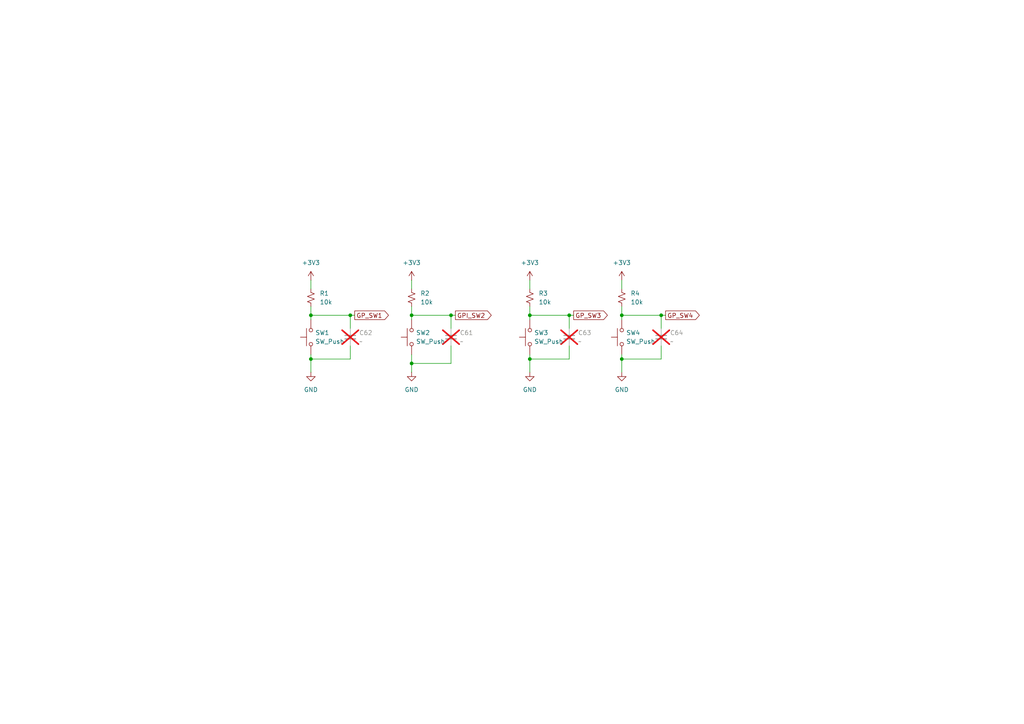
<source format=kicad_sch>
(kicad_sch (version 20250114) (generator "eeschema") (generator_version "9.0")
  (paper "A4")
  (lib_symbols
    (symbol "Device:C_Small" (pin_numbers (hide yes)) (pin_names (offset 0.254) (hide yes))
      (property "Reference" "C" (at 0.254 1.778 0))
      (property "Value" "C_Small" (at 0.254 -2.032 0))
      (symbol "C_Small_0_1"
        (polyline (pts (xy -1.524 0.508) (xy 1.524 0.508)) (stroke (width 0.3048)))
        (polyline (pts (xy -1.524 -0.508) (xy 1.524 -0.508)) (stroke (width 0.3302)))
      )
      (symbol "C_Small_1_1"
        (pin passive line (at 0 2.54 270) (length 2.032) (name "~") (number "1"))
        (pin passive line (at 0 -2.54 90) (length 2.032) (name "~") (number "2"))
      )
    )
    (symbol "Device:R_Small_US" (pin_numbers (hide yes)) (pin_names (offset 0.254) (hide yes))
      (property "Reference" "R" (at 0.762 0.508 0))
      (property "Value" "R_Small_US" (at 0.762 -1.016 0))
      (symbol "R_Small_US_1_1"
        (polyline (pts (xy 0 1.524) (xy 1.016 1.143) (xy 0 0.762) (xy -1.016 0.381) (xy 0 0)))
        (polyline (pts (xy 0 0) (xy 1.016 -0.381) (xy 0 -0.762) (xy -1.016 -1.143) (xy 0 -1.524)))
        (pin passive line (at 0 2.54 270) (length 1.016) (name "~") (number "1"))
        (pin passive line (at 0 -2.54 90) (length 1.016) (name "~") (number "2"))
      )
    )
    (symbol "Switch:SW_Push" (pin_numbers (hide yes)) (pin_names (offset 1.016) (hide yes))
      (property "Reference" "SW" (at 1.27 2.54 0))
      (property "Value" "SW_Push" (at 0 -1.524 0))
      (symbol "SW_Push_0_1"
        (circle (center -2.032 0) (radius 0.508))
        (polyline (pts (xy 0 1.27) (xy 0 3.048)))
        (circle (center 2.032 0) (radius 0.508))
        (polyline (pts (xy 2.54 1.27) (xy -2.54 1.27)))
        (pin passive line (at -5.08 0 0) (length 2.54) (name "1") (number "1"))
        (pin passive line (at 5.08 0 180) (length 2.54) (name "2") (number "2"))
      )
    )
    (symbol "power:+3V3" (power) (pin_numbers (hide yes)) (pin_names (offset 0) (hide yes))
      (property "Value" "+3V3" (at 0 3.556 0))
      (symbol "+3V3_0_1"
        (polyline (pts (xy -0.762 1.27) (xy 0 2.54)))
        (polyline (pts (xy 0 2.54) (xy 0.762 1.27)))
        (polyline (pts (xy 0 0) (xy 0 2.54)))
      )
      (symbol "+3V3_1_1"
        (pin power_in line (at 0 0 90) (length 0) (name "~") (number "1"))
      )
    )
    (symbol "power:GND" (power) (pin_numbers (hide yes)) (pin_names (offset 0) (hide yes))
      (property "Value" "GND" (at 0 -3.81 0))
      (symbol "GND_0_1"
        (polyline (pts (xy 0 0) (xy 0 -1.27) (xy 1.27 -1.27) (xy 0 -2.54) (xy -1.27 -1.27) (xy 0 -1.27)))
      )
      (symbol "GND_1_1"
        (pin power_in line (at 0 0 270) (length 0) (name "~") (number "1"))
      )
    )
  )
  (junction (at 119.38 105.41))
  (junction (at 90.17 104.14))
  (junction (at 119.38 91.44))
  (junction (at 90.17 91.44))
  (junction (at 153.67 104.14))
  (junction (at 153.67 91.44))
  (junction (at 165.1 91.44))
  (junction (at 101.6 91.44))
  (junction (at 180.34 104.14))
  (junction (at 191.77 91.44))
  (junction (at 180.34 91.44))
  (junction (at 130.81 91.44))
  (wire (pts (xy 165.1 91.44) (xy 165.1 95.25)))
  (wire (pts (xy 90.17 104.14) (xy 90.17 107.95)))
  (wire (pts (xy 101.6 91.44) (xy 102.87 91.44)))
  (wire (pts (xy 101.6 91.44) (xy 101.6 95.25)))
  (wire (pts (xy 119.38 91.44) (xy 119.38 92.71)))
  (wire (pts (xy 191.77 100.33) (xy 191.77 104.14)))
  (wire (pts (xy 153.67 91.44) (xy 165.1 91.44)))
  (wire (pts (xy 90.17 91.44) (xy 90.17 92.71)))
  (wire (pts (xy 153.67 102.87) (xy 153.67 104.14)))
  (wire (pts (xy 90.17 102.87) (xy 90.17 104.14)))
  (wire (pts (xy 90.17 104.14) (xy 101.6 104.14)))
  (wire (pts (xy 130.81 91.44) (xy 132.08 91.44)))
  (wire (pts (xy 101.6 100.33) (xy 101.6 104.14)))
  (wire (pts (xy 153.67 104.14) (xy 153.67 107.95)))
  (wire (pts (xy 153.67 88.9) (xy 153.67 91.44)))
  (wire (pts (xy 119.38 81.28) (xy 119.38 83.82)))
  (wire (pts (xy 165.1 91.44) (xy 166.37 91.44)))
  (wire (pts (xy 191.77 91.44) (xy 191.77 95.25)))
  (wire (pts (xy 119.38 88.9) (xy 119.38 91.44)))
  (wire (pts (xy 165.1 104.14) (xy 153.67 104.14)))
  (wire (pts (xy 180.34 88.9) (xy 180.34 91.44)))
  (wire (pts (xy 180.34 81.28) (xy 180.34 83.82)))
  (wire (pts (xy 180.34 91.44) (xy 180.34 92.71)))
  (wire (pts (xy 130.81 91.44) (xy 130.81 95.25)))
  (wire (pts (xy 165.1 100.33) (xy 165.1 104.14)))
  (wire (pts (xy 90.17 88.9) (xy 90.17 91.44)))
  (wire (pts (xy 191.77 104.14) (xy 180.34 104.14)))
  (wire (pts (xy 119.38 105.41) (xy 130.81 105.41)))
  (wire (pts (xy 90.17 91.44) (xy 101.6 91.44)))
  (wire (pts (xy 180.34 91.44) (xy 191.77 91.44)))
  (wire (pts (xy 119.38 91.44) (xy 130.81 91.44)))
  (wire (pts (xy 153.67 91.44) (xy 153.67 92.71)))
  (wire (pts (xy 119.38 102.87) (xy 119.38 105.41)))
  (wire (pts (xy 180.34 104.14) (xy 180.34 107.95)))
  (wire (pts (xy 153.67 81.28) (xy 153.67 83.82)))
  (wire (pts (xy 119.38 105.41) (xy 119.38 107.95)))
  (wire (pts (xy 90.17 81.28) (xy 90.17 83.82)))
  (wire (pts (xy 130.81 100.33) (xy 130.81 105.41)))
  (wire (pts (xy 191.77 91.44) (xy 193.04 91.44)))
  (wire (pts (xy 180.34 102.87) (xy 180.34 104.14)))
  (global_label "GPI_SW2" (shape output) (at 132.08 91.44 0) (property "Intersheetrefs" "${INTERSHEET_REFS}" (effects (hide yes))))
  (global_label "GP_SW4" (shape output) (at 193.04 91.44 0) (property "Intersheetrefs" "${INTERSHEET_REFS}" (effects (hide yes))))
  (global_label "GP_SW3" (shape output) (at 166.37 91.44 0) (property "Intersheetrefs" "${INTERSHEET_REFS}" (effects (hide yes))))
  (global_label "GP_SW1" (shape output) (at 102.87 91.44 0) (property "Intersheetrefs" "${INTERSHEET_REFS}" (effects (hide yes))))
  (symbol (lib_id "Switch:SW_Push") (at 180.34 97.79 90) (unit 1)
    (property "Reference" "SW4" (at 181.61 96.5199 90) (effects (justify right)))
    (property "Value" "SW_Push" (at 181.61 99.0599 90) (effects (justify right)))
    (property "Datasheet" "https://www.digikey.com.br/pt/products/detail/c-k/PTS636SP43-LFS/10071717" (effects (hide yes)))
    (property "Description" "Push button switch, generic, two pins" (effects (hide yes)))
  )
  (symbol (lib_id "Device:R_Small_US") (at 119.38 86.36 0) (unit 1)
    (property "Reference" "R2" (at 121.92 85.0899 0) (effects (justify left)))
    (property "Value" "10k" (at 121.92 87.6299 0) (effects (justify left)))
    (property "Footprint" "Resistor_SMD:R_0402_1005Metric" (effects (hide yes)))
    (property "Datasheet" "https://www.digikey.com.br/pt/products/detail/koa-speer-electronics-inc/RK73H1JTTD1002F/9844954" (effects (hide yes)))
    (property "Description" "Resistor, small US symbol" (effects (hide yes)))
  )
  (symbol (lib_id "Device:C_Small") (at 101.6 97.79 0) (unit 1) (dnp yes)
    (property "Reference" "C62" (at 104.14 96.5262 0) (effects (justify left)))
    (property "Value" "~" (at 104.14 99.0662 0) (effects (justify left)))
    (property "Footprint" "Capacitor_SMD:C_0402_1005Metric" (effects (hide yes)))
    (property "Description" "Unpolarized capacitor, small symbol" (effects (hide yes)))
  )
  (symbol (lib_id "Device:C_Small") (at 130.81 97.79 0) (unit 1) (dnp yes)
    (property "Reference" "C61" (at 133.35 96.5262 0) (effects (justify left)))
    (property "Value" "~" (at 133.35 99.0662 0) (effects (justify left)))
    (property "Footprint" "Capacitor_SMD:C_0402_1005Metric" (effects (hide yes)))
    (property "Description" "Unpolarized capacitor, small symbol" (effects (hide yes)))
  )
  (symbol (lib_id "power:GND") (at 119.38 107.95 0) (unit 1)
    (property "Reference" "#PWR04" (effects (hide yes)))
    (property "Value" "GND" (at 119.38 113.03 0))
    (property "Description" "Power symbol creates a global label with name \"GND\" , ground" (effects (hide yes)))
  )
  (symbol (lib_id "power:+3V3") (at 119.38 81.28 0) (unit 1)
    (property "Reference" "#PWR03" (effects (hide yes)))
    (property "Value" "+3V3" (at 119.38 76.2 0))
    (property "Description" "Power symbol creates a global label with name \"+3V3\"" (effects (hide yes)))
  )
  (symbol (lib_id "Device:R_Small_US") (at 153.67 86.36 0) (unit 1)
    (property "Reference" "R3" (at 156.21 85.0899 0) (effects (justify left)))
    (property "Value" "10k" (at 156.21 87.6299 0) (effects (justify left)))
    (property "Footprint" "Resistor_SMD:R_0402_1005Metric" (effects (hide yes)))
    (property "Datasheet" "https://www.digikey.com.br/pt/products/detail/koa-speer-electronics-inc/RK73H1JTTD1002F/9844954" (effects (hide yes)))
    (property "Description" "Resistor, small US symbol" (effects (hide yes)))
  )
  (symbol (lib_id "power:GND") (at 90.17 107.95 0) (unit 1)
    (property "Reference" "#PWR01" (effects (hide yes)))
    (property "Value" "GND" (at 90.17 113.03 0))
    (property "Description" "Power symbol creates a global label with name \"GND\" , ground" (effects (hide yes)))
  )
  (symbol (lib_id "Device:R_Small_US") (at 90.17 86.36 0) (unit 1)
    (property "Reference" "R1" (at 92.71 85.0899 0) (effects (justify left)))
    (property "Value" "10k" (at 92.71 87.6299 0) (effects (justify left)))
    (property "Footprint" "Resistor_SMD:R_0402_1005Metric" (effects (hide yes)))
    (property "Datasheet" "https://www.digikey.com.br/pt/products/detail/koa-speer-electronics-inc/RK73H1JTTD1002F/9844954" (effects (hide yes)))
    (property "Description" "Resistor, small US symbol" (effects (hide yes)))
  )
  (symbol (lib_id "power:+3V3") (at 153.67 81.28 0) (unit 1)
    (property "Reference" "#PWR05" (effects (hide yes)))
    (property "Value" "+3V3" (at 153.67 76.2 0))
    (property "Description" "Power symbol creates a global label with name \"+3V3\"" (effects (hide yes)))
  )
  (symbol (lib_id "power:+3V3") (at 90.17 81.28 0) (unit 1)
    (property "Reference" "#PWR02" (effects (hide yes)))
    (property "Value" "+3V3" (at 90.17 76.2 0))
    (property "Description" "Power symbol creates a global label with name \"+3V3\"" (effects (hide yes)))
  )
  (symbol (lib_id "Device:C_Small") (at 165.1 97.79 0) (unit 1) (dnp yes)
    (property "Reference" "C63" (at 167.64 96.5262 0) (effects (justify left)))
    (property "Value" "~" (at 167.64 99.0662 0) (effects (justify left)))
    (property "Footprint" "Capacitor_SMD:C_0402_1005Metric" (effects (hide yes)))
    (property "Description" "Unpolarized capacitor, small symbol" (effects (hide yes)))
  )
  (symbol (lib_id "Device:C_Small") (at 191.77 97.79 0) (unit 1) (dnp yes)
    (property "Reference" "C64" (at 194.31 96.5262 0) (effects (justify left)))
    (property "Value" "~" (at 194.31 99.0662 0) (effects (justify left)))
    (property "Footprint" "Capacitor_SMD:C_0402_1005Metric" (effects (hide yes)))
    (property "Description" "Unpolarized capacitor, small symbol" (effects (hide yes)))
  )
  (symbol (lib_id "power:GND") (at 180.34 107.95 0) (unit 1)
    (property "Reference" "#PWR08" (effects (hide yes)))
    (property "Value" "GND" (at 180.34 113.03 0))
    (property "Description" "Power symbol creates a global label with name \"GND\" , ground" (effects (hide yes)))
  )
  (symbol (lib_id "Device:R_Small_US") (at 180.34 86.36 0) (unit 1)
    (property "Reference" "R4" (at 182.88 85.0899 0) (effects (justify left)))
    (property "Value" "10k" (at 182.88 87.6299 0) (effects (justify left)))
    (property "Footprint" "Resistor_SMD:R_0402_1005Metric" (effects (hide yes)))
    (property "Datasheet" "https://www.digikey.com.br/pt/products/detail/koa-speer-electronics-inc/RK73H1JTTD1002F/9844954" (effects (hide yes)))
    (property "Description" "Resistor, small US symbol" (effects (hide yes)))
  )
  (symbol (lib_id "power:GND") (at 153.67 107.95 0) (unit 1)
    (property "Reference" "#PWR06" (effects (hide yes)))
    (property "Value" "GND" (at 153.67 113.03 0))
    (property "Description" "Power symbol creates a global label with name \"GND\" , ground" (effects (hide yes)))
  )
  (symbol (lib_id "Switch:SW_Push") (at 90.17 97.79 90) (unit 1)
    (property "Reference" "SW1" (at 91.44 96.5199 90) (effects (justify right)))
    (property "Value" "SW_Push" (at 91.44 99.0599 90) (effects (justify right)))
    (property "Datasheet" "https://www.digikey.com.br/pt/products/detail/c-k/PTS636SP43-LFS/10071717" (effects (hide yes)))
    (property "Description" "Push button switch, generic, two pins" (effects (hide yes)))
  )
  (symbol (lib_id "Switch:SW_Push") (at 153.67 97.79 90) (unit 1)
    (property "Reference" "SW3" (at 154.94 96.5199 90) (effects (justify right)))
    (property "Value" "SW_Push" (at 154.94 99.0599 90) (effects (justify right)))
    (property "Datasheet" "https://www.digikey.com.br/pt/products/detail/c-k/PTS636SP43-LFS/10071717" (effects (hide yes)))
    (property "Description" "Push button switch, generic, two pins" (effects (hide yes)))
  )
  (symbol (lib_id "Switch:SW_Push") (at 119.38 97.79 90) (unit 1)
    (property "Reference" "SW2" (at 120.65 96.5199 90) (effects (justify right)))
    (property "Value" "SW_Push" (at 120.65 99.0599 90) (effects (justify right)))
    (property "Datasheet" "https://www.digikey.com.br/pt/products/detail/c-k/PTS636SP43-LFS/10071717" (effects (hide yes)))
    (property "Description" "Push button switch, generic, two pins" (effects (hide yes)))
  )
  (symbol (lib_id "power:+3V3") (at 180.34 81.28 0) (unit 1)
    (property "Reference" "#PWR07" (effects (hide yes)))
    (property "Value" "+3V3" (at 180.34 76.2 0))
    (property "Description" "Power symbol creates a global label with name \"+3V3\"" (effects (hide yes)))
  )
)
</source>
